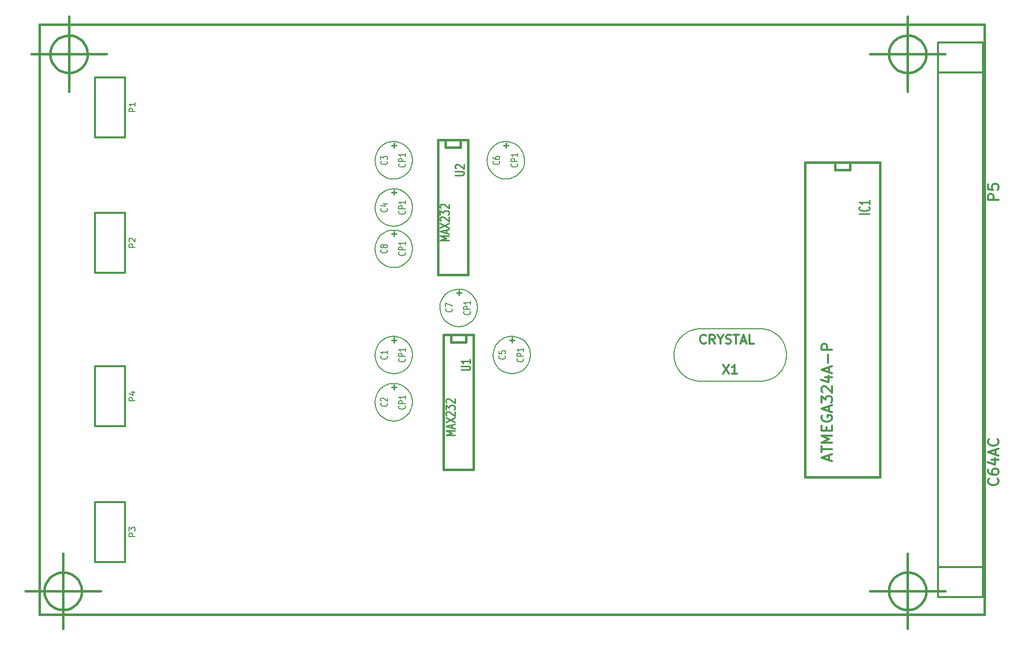
<source format=gto>
G04 (created by PCBNEW-RS274X (2011-11-27 BZR 3249)-stable) date 19.12.2011 19:15:57*
G01*
G70*
G90*
%MOIN*%
G04 Gerber Fmt 3.4, Leading zero omitted, Abs format*
%FSLAX34Y34*%
G04 APERTURE LIST*
%ADD10C,0.006000*%
%ADD11C,0.015000*%
%ADD12C,0.012000*%
%ADD13C,0.008000*%
%ADD14C,0.005000*%
%ADD15C,0.011300*%
G04 APERTURE END LIST*
G54D10*
G54D11*
X18573Y-53543D02*
X18549Y-53785D01*
X18478Y-54019D01*
X18364Y-54234D01*
X18209Y-54423D01*
X18021Y-54579D01*
X17807Y-54695D01*
X17574Y-54767D01*
X17331Y-54792D01*
X17089Y-54770D01*
X16855Y-54701D01*
X16639Y-54588D01*
X16449Y-54436D01*
X16292Y-54249D01*
X16175Y-54035D01*
X16101Y-53802D01*
X16074Y-53560D01*
X16094Y-53318D01*
X16161Y-53083D01*
X16273Y-52866D01*
X16424Y-52675D01*
X16610Y-52517D01*
X16823Y-52398D01*
X17055Y-52323D01*
X17297Y-52294D01*
X17540Y-52312D01*
X17775Y-52378D01*
X17992Y-52488D01*
X18185Y-52638D01*
X18344Y-52823D01*
X18464Y-53035D01*
X18541Y-53267D01*
X18572Y-53509D01*
X18573Y-53543D01*
X14823Y-53543D02*
X19823Y-53543D01*
X17323Y-51043D02*
X17323Y-56043D01*
X74872Y-17717D02*
X74848Y-17959D01*
X74777Y-18193D01*
X74663Y-18408D01*
X74508Y-18597D01*
X74320Y-18753D01*
X74106Y-18869D01*
X73873Y-18941D01*
X73630Y-18966D01*
X73388Y-18944D01*
X73154Y-18875D01*
X72938Y-18762D01*
X72748Y-18610D01*
X72591Y-18423D01*
X72474Y-18209D01*
X72400Y-17976D01*
X72373Y-17734D01*
X72393Y-17492D01*
X72460Y-17257D01*
X72572Y-17040D01*
X72723Y-16849D01*
X72909Y-16691D01*
X73122Y-16572D01*
X73354Y-16497D01*
X73596Y-16468D01*
X73839Y-16486D01*
X74074Y-16552D01*
X74291Y-16662D01*
X74484Y-16812D01*
X74643Y-16997D01*
X74763Y-17209D01*
X74840Y-17441D01*
X74871Y-17683D01*
X74872Y-17717D01*
X71122Y-17717D02*
X76122Y-17717D01*
X73622Y-15217D02*
X73622Y-20217D01*
X74872Y-53543D02*
X74848Y-53785D01*
X74777Y-54019D01*
X74663Y-54234D01*
X74508Y-54423D01*
X74320Y-54579D01*
X74106Y-54695D01*
X73873Y-54767D01*
X73630Y-54792D01*
X73388Y-54770D01*
X73154Y-54701D01*
X72938Y-54588D01*
X72748Y-54436D01*
X72591Y-54249D01*
X72474Y-54035D01*
X72400Y-53802D01*
X72373Y-53560D01*
X72393Y-53318D01*
X72460Y-53083D01*
X72572Y-52866D01*
X72723Y-52675D01*
X72909Y-52517D01*
X73122Y-52398D01*
X73354Y-52323D01*
X73596Y-52294D01*
X73839Y-52312D01*
X74074Y-52378D01*
X74291Y-52488D01*
X74484Y-52638D01*
X74643Y-52823D01*
X74763Y-53035D01*
X74840Y-53267D01*
X74871Y-53509D01*
X74872Y-53543D01*
X71122Y-53543D02*
X76122Y-53543D01*
X73622Y-51043D02*
X73622Y-56043D01*
X18967Y-17717D02*
X18943Y-17959D01*
X18872Y-18193D01*
X18758Y-18408D01*
X18603Y-18597D01*
X18415Y-18753D01*
X18201Y-18869D01*
X17968Y-18941D01*
X17725Y-18966D01*
X17483Y-18944D01*
X17249Y-18875D01*
X17033Y-18762D01*
X16843Y-18610D01*
X16686Y-18423D01*
X16569Y-18209D01*
X16495Y-17976D01*
X16468Y-17734D01*
X16488Y-17492D01*
X16555Y-17257D01*
X16667Y-17040D01*
X16818Y-16849D01*
X17004Y-16691D01*
X17217Y-16572D01*
X17449Y-16497D01*
X17691Y-16468D01*
X17934Y-16486D01*
X18169Y-16552D01*
X18386Y-16662D01*
X18579Y-16812D01*
X18738Y-16997D01*
X18858Y-17209D01*
X18935Y-17441D01*
X18966Y-17683D01*
X18967Y-17717D01*
X15217Y-17717D02*
X20217Y-17717D01*
X17717Y-15217D02*
X17717Y-20217D01*
X78740Y-15748D02*
X15748Y-15748D01*
X78740Y-55118D02*
X78740Y-15748D01*
X15748Y-55118D02*
X78740Y-55118D01*
X15748Y-15748D02*
X15748Y-55118D01*
G54D12*
X21472Y-38551D02*
X21472Y-42551D01*
X21472Y-42551D02*
X19472Y-42551D01*
X19472Y-42551D02*
X19472Y-38551D01*
X19472Y-38551D02*
X21472Y-38551D01*
X21472Y-47606D02*
X21472Y-51606D01*
X21472Y-51606D02*
X19472Y-51606D01*
X19472Y-51606D02*
X19472Y-47606D01*
X19472Y-47606D02*
X21472Y-47606D01*
X21472Y-28315D02*
X21472Y-32315D01*
X21472Y-32315D02*
X19472Y-32315D01*
X19472Y-32315D02*
X19472Y-28315D01*
X19472Y-28315D02*
X21472Y-28315D01*
X21472Y-19260D02*
X21472Y-23260D01*
X21472Y-23260D02*
X19472Y-23260D01*
X19472Y-23260D02*
X19472Y-19260D01*
X19472Y-19260D02*
X21472Y-19260D01*
G54D13*
X59811Y-36045D02*
X63811Y-36045D01*
X59811Y-36045D02*
X59659Y-36052D01*
X59508Y-36072D01*
X59359Y-36105D01*
X59213Y-36151D01*
X59072Y-36209D01*
X58937Y-36280D01*
X58808Y-36362D01*
X58687Y-36455D01*
X58574Y-36558D01*
X58471Y-36671D01*
X58378Y-36792D01*
X58296Y-36921D01*
X58225Y-37056D01*
X58167Y-37197D01*
X58121Y-37343D01*
X58088Y-37492D01*
X58068Y-37643D01*
X58061Y-37795D01*
X63811Y-39545D02*
X59811Y-39545D01*
X58061Y-37795D02*
X58068Y-37947D01*
X58088Y-38098D01*
X58121Y-38247D01*
X58167Y-38393D01*
X58225Y-38534D01*
X58296Y-38669D01*
X58378Y-38798D01*
X58471Y-38919D01*
X58574Y-39032D01*
X58687Y-39135D01*
X58808Y-39228D01*
X58937Y-39310D01*
X59072Y-39381D01*
X59213Y-39439D01*
X59359Y-39485D01*
X59508Y-39518D01*
X59659Y-39538D01*
X59811Y-39545D01*
X65561Y-37795D02*
X65554Y-37643D01*
X65534Y-37492D01*
X65501Y-37343D01*
X65455Y-37197D01*
X65397Y-37056D01*
X65326Y-36921D01*
X65244Y-36792D01*
X65151Y-36671D01*
X65048Y-36558D01*
X64935Y-36455D01*
X64814Y-36362D01*
X64686Y-36280D01*
X64550Y-36209D01*
X64409Y-36151D01*
X64263Y-36105D01*
X64114Y-36072D01*
X63963Y-36052D01*
X63811Y-36045D01*
X63811Y-39545D02*
X63963Y-39538D01*
X64114Y-39518D01*
X64263Y-39485D01*
X64409Y-39439D01*
X64550Y-39381D01*
X64686Y-39310D01*
X64814Y-39228D01*
X64935Y-39135D01*
X65048Y-39032D01*
X65151Y-38919D01*
X65244Y-38798D01*
X65326Y-38669D01*
X65397Y-38534D01*
X65455Y-38393D01*
X65501Y-38247D01*
X65534Y-38098D01*
X65554Y-37947D01*
X65561Y-37795D01*
G54D11*
X69791Y-24933D02*
X69791Y-25433D01*
X69791Y-25433D02*
X68791Y-25433D01*
X68791Y-25433D02*
X68791Y-24933D01*
X71791Y-24933D02*
X71791Y-45933D01*
X71791Y-45933D02*
X66791Y-45933D01*
X66791Y-45933D02*
X66791Y-24933D01*
X66791Y-24933D02*
X71791Y-24933D01*
X44201Y-36445D02*
X44201Y-36445D01*
X44201Y-36445D02*
X44201Y-36945D01*
X44201Y-36945D02*
X43201Y-36945D01*
X43201Y-36945D02*
X43201Y-36445D01*
X44701Y-36445D02*
X44701Y-45445D01*
X44701Y-45445D02*
X42701Y-45445D01*
X42701Y-45445D02*
X42701Y-36445D01*
X42701Y-36445D02*
X44701Y-36445D01*
X43807Y-23453D02*
X43807Y-23453D01*
X43807Y-23453D02*
X43807Y-23953D01*
X43807Y-23953D02*
X42807Y-23953D01*
X42807Y-23953D02*
X42807Y-23453D01*
X44307Y-23453D02*
X44307Y-32453D01*
X44307Y-32453D02*
X42307Y-32453D01*
X42307Y-32453D02*
X42307Y-23453D01*
X42307Y-23453D02*
X44307Y-23453D01*
G54D12*
X78665Y-16933D02*
X78665Y-53933D01*
X78665Y-53933D02*
X75665Y-53933D01*
X75665Y-16933D02*
X78665Y-16933D01*
X75665Y-18933D02*
X78665Y-18933D01*
X75665Y-51933D02*
X78665Y-51933D01*
X75665Y-16933D02*
X75665Y-53933D01*
G54D14*
X44951Y-34646D02*
X44927Y-34888D01*
X44856Y-35122D01*
X44742Y-35337D01*
X44587Y-35526D01*
X44399Y-35682D01*
X44185Y-35798D01*
X43952Y-35870D01*
X43709Y-35895D01*
X43467Y-35873D01*
X43233Y-35804D01*
X43017Y-35691D01*
X42827Y-35539D01*
X42670Y-35352D01*
X42553Y-35138D01*
X42479Y-34905D01*
X42452Y-34663D01*
X42472Y-34421D01*
X42539Y-34186D01*
X42651Y-33969D01*
X42802Y-33778D01*
X42988Y-33620D01*
X43201Y-33501D01*
X43433Y-33426D01*
X43675Y-33397D01*
X43918Y-33415D01*
X44153Y-33481D01*
X44370Y-33591D01*
X44563Y-33741D01*
X44722Y-33926D01*
X44842Y-34138D01*
X44919Y-34370D01*
X44950Y-34612D01*
X44951Y-34646D01*
X40620Y-30709D02*
X40596Y-30951D01*
X40525Y-31185D01*
X40411Y-31400D01*
X40256Y-31589D01*
X40068Y-31745D01*
X39854Y-31861D01*
X39621Y-31933D01*
X39378Y-31958D01*
X39136Y-31936D01*
X38902Y-31867D01*
X38686Y-31754D01*
X38496Y-31602D01*
X38339Y-31415D01*
X38222Y-31201D01*
X38148Y-30968D01*
X38121Y-30726D01*
X38141Y-30484D01*
X38208Y-30249D01*
X38320Y-30032D01*
X38471Y-29841D01*
X38657Y-29683D01*
X38870Y-29564D01*
X39102Y-29489D01*
X39344Y-29460D01*
X39587Y-29478D01*
X39822Y-29544D01*
X40039Y-29654D01*
X40232Y-29804D01*
X40391Y-29989D01*
X40511Y-30201D01*
X40588Y-30433D01*
X40619Y-30675D01*
X40620Y-30709D01*
X48101Y-24803D02*
X48077Y-25045D01*
X48006Y-25279D01*
X47892Y-25494D01*
X47737Y-25683D01*
X47549Y-25839D01*
X47335Y-25955D01*
X47102Y-26027D01*
X46859Y-26052D01*
X46617Y-26030D01*
X46383Y-25961D01*
X46167Y-25848D01*
X45977Y-25696D01*
X45820Y-25509D01*
X45703Y-25295D01*
X45629Y-25062D01*
X45602Y-24820D01*
X45622Y-24578D01*
X45689Y-24343D01*
X45801Y-24126D01*
X45952Y-23935D01*
X46138Y-23777D01*
X46351Y-23658D01*
X46583Y-23583D01*
X46825Y-23554D01*
X47068Y-23572D01*
X47303Y-23638D01*
X47520Y-23748D01*
X47713Y-23898D01*
X47872Y-24083D01*
X47992Y-24295D01*
X48069Y-24527D01*
X48100Y-24769D01*
X48101Y-24803D01*
X48494Y-37795D02*
X48470Y-38037D01*
X48399Y-38271D01*
X48285Y-38486D01*
X48130Y-38675D01*
X47942Y-38831D01*
X47728Y-38947D01*
X47495Y-39019D01*
X47252Y-39044D01*
X47010Y-39022D01*
X46776Y-38953D01*
X46560Y-38840D01*
X46370Y-38688D01*
X46213Y-38501D01*
X46096Y-38287D01*
X46022Y-38054D01*
X45995Y-37812D01*
X46015Y-37570D01*
X46082Y-37335D01*
X46194Y-37118D01*
X46345Y-36927D01*
X46531Y-36769D01*
X46744Y-36650D01*
X46976Y-36575D01*
X47218Y-36546D01*
X47461Y-36564D01*
X47696Y-36630D01*
X47913Y-36740D01*
X48106Y-36890D01*
X48265Y-37075D01*
X48385Y-37287D01*
X48462Y-37519D01*
X48493Y-37761D01*
X48494Y-37795D01*
X40620Y-27953D02*
X40596Y-28195D01*
X40525Y-28429D01*
X40411Y-28644D01*
X40256Y-28833D01*
X40068Y-28989D01*
X39854Y-29105D01*
X39621Y-29177D01*
X39378Y-29202D01*
X39136Y-29180D01*
X38902Y-29111D01*
X38686Y-28998D01*
X38496Y-28846D01*
X38339Y-28659D01*
X38222Y-28445D01*
X38148Y-28212D01*
X38121Y-27970D01*
X38141Y-27728D01*
X38208Y-27493D01*
X38320Y-27276D01*
X38471Y-27085D01*
X38657Y-26927D01*
X38870Y-26808D01*
X39102Y-26733D01*
X39344Y-26704D01*
X39587Y-26722D01*
X39822Y-26788D01*
X40039Y-26898D01*
X40232Y-27048D01*
X40391Y-27233D01*
X40511Y-27445D01*
X40588Y-27677D01*
X40619Y-27919D01*
X40620Y-27953D01*
X40620Y-24803D02*
X40596Y-25045D01*
X40525Y-25279D01*
X40411Y-25494D01*
X40256Y-25683D01*
X40068Y-25839D01*
X39854Y-25955D01*
X39621Y-26027D01*
X39378Y-26052D01*
X39136Y-26030D01*
X38902Y-25961D01*
X38686Y-25848D01*
X38496Y-25696D01*
X38339Y-25509D01*
X38222Y-25295D01*
X38148Y-25062D01*
X38121Y-24820D01*
X38141Y-24578D01*
X38208Y-24343D01*
X38320Y-24126D01*
X38471Y-23935D01*
X38657Y-23777D01*
X38870Y-23658D01*
X39102Y-23583D01*
X39344Y-23554D01*
X39587Y-23572D01*
X39822Y-23638D01*
X40039Y-23748D01*
X40232Y-23898D01*
X40391Y-24083D01*
X40511Y-24295D01*
X40588Y-24527D01*
X40619Y-24769D01*
X40620Y-24803D01*
X40620Y-40945D02*
X40596Y-41187D01*
X40525Y-41421D01*
X40411Y-41636D01*
X40256Y-41825D01*
X40068Y-41981D01*
X39854Y-42097D01*
X39621Y-42169D01*
X39378Y-42194D01*
X39136Y-42172D01*
X38902Y-42103D01*
X38686Y-41990D01*
X38496Y-41838D01*
X38339Y-41651D01*
X38222Y-41437D01*
X38148Y-41204D01*
X38121Y-40962D01*
X38141Y-40720D01*
X38208Y-40485D01*
X38320Y-40268D01*
X38471Y-40077D01*
X38657Y-39919D01*
X38870Y-39800D01*
X39102Y-39725D01*
X39344Y-39696D01*
X39587Y-39714D01*
X39822Y-39780D01*
X40039Y-39890D01*
X40232Y-40040D01*
X40391Y-40225D01*
X40511Y-40437D01*
X40588Y-40669D01*
X40619Y-40911D01*
X40620Y-40945D01*
X40620Y-37795D02*
X40596Y-38037D01*
X40525Y-38271D01*
X40411Y-38486D01*
X40256Y-38675D01*
X40068Y-38831D01*
X39854Y-38947D01*
X39621Y-39019D01*
X39378Y-39044D01*
X39136Y-39022D01*
X38902Y-38953D01*
X38686Y-38840D01*
X38496Y-38688D01*
X38339Y-38501D01*
X38222Y-38287D01*
X38148Y-38054D01*
X38121Y-37812D01*
X38141Y-37570D01*
X38208Y-37335D01*
X38320Y-37118D01*
X38471Y-36927D01*
X38657Y-36769D01*
X38870Y-36650D01*
X39102Y-36575D01*
X39344Y-36546D01*
X39587Y-36564D01*
X39822Y-36630D01*
X40039Y-36740D01*
X40232Y-36890D01*
X40391Y-37075D01*
X40511Y-37287D01*
X40588Y-37519D01*
X40619Y-37761D01*
X40620Y-37795D01*
G54D13*
X22134Y-40846D02*
X21734Y-40846D01*
X21734Y-40693D01*
X21753Y-40655D01*
X21772Y-40636D01*
X21810Y-40617D01*
X21867Y-40617D01*
X21905Y-40636D01*
X21924Y-40655D01*
X21943Y-40693D01*
X21943Y-40846D01*
X21867Y-40274D02*
X22134Y-40274D01*
X21715Y-40370D02*
X22001Y-40465D01*
X22001Y-40217D01*
X22134Y-49901D02*
X21734Y-49901D01*
X21734Y-49748D01*
X21753Y-49710D01*
X21772Y-49691D01*
X21810Y-49672D01*
X21867Y-49672D01*
X21905Y-49691D01*
X21924Y-49710D01*
X21943Y-49748D01*
X21943Y-49901D01*
X21734Y-49539D02*
X21734Y-49291D01*
X21886Y-49425D01*
X21886Y-49367D01*
X21905Y-49329D01*
X21924Y-49310D01*
X21962Y-49291D01*
X22058Y-49291D01*
X22096Y-49310D01*
X22115Y-49329D01*
X22134Y-49367D01*
X22134Y-49482D01*
X22115Y-49520D01*
X22096Y-49539D01*
X22134Y-30610D02*
X21734Y-30610D01*
X21734Y-30457D01*
X21753Y-30419D01*
X21772Y-30400D01*
X21810Y-30381D01*
X21867Y-30381D01*
X21905Y-30400D01*
X21924Y-30419D01*
X21943Y-30457D01*
X21943Y-30610D01*
X21772Y-30229D02*
X21753Y-30210D01*
X21734Y-30172D01*
X21734Y-30076D01*
X21753Y-30038D01*
X21772Y-30019D01*
X21810Y-30000D01*
X21848Y-30000D01*
X21905Y-30019D01*
X22134Y-30248D01*
X22134Y-30000D01*
X22134Y-21555D02*
X21734Y-21555D01*
X21734Y-21402D01*
X21753Y-21364D01*
X21772Y-21345D01*
X21810Y-21326D01*
X21867Y-21326D01*
X21905Y-21345D01*
X21924Y-21364D01*
X21943Y-21402D01*
X21943Y-21555D01*
X22134Y-20945D02*
X22134Y-21174D01*
X22134Y-21060D02*
X21734Y-21060D01*
X21791Y-21098D01*
X21829Y-21136D01*
X21848Y-21174D01*
G54D12*
X61326Y-38438D02*
X61726Y-39038D01*
X61726Y-38438D02*
X61326Y-39038D01*
X62268Y-39038D02*
X61925Y-39038D01*
X62097Y-39038D02*
X62097Y-38438D01*
X62040Y-38524D01*
X61982Y-38581D01*
X61925Y-38609D01*
X60176Y-36981D02*
X60147Y-37009D01*
X60061Y-37038D01*
X60004Y-37038D01*
X59919Y-37009D01*
X59861Y-36952D01*
X59833Y-36895D01*
X59804Y-36781D01*
X59804Y-36695D01*
X59833Y-36581D01*
X59861Y-36524D01*
X59919Y-36466D01*
X60004Y-36438D01*
X60061Y-36438D01*
X60147Y-36466D01*
X60176Y-36495D01*
X60776Y-37038D02*
X60576Y-36752D01*
X60433Y-37038D02*
X60433Y-36438D01*
X60661Y-36438D01*
X60719Y-36466D01*
X60747Y-36495D01*
X60776Y-36552D01*
X60776Y-36638D01*
X60747Y-36695D01*
X60719Y-36724D01*
X60661Y-36752D01*
X60433Y-36752D01*
X61147Y-36752D02*
X61147Y-37038D01*
X60947Y-36438D02*
X61147Y-36752D01*
X61347Y-36438D01*
X61518Y-37009D02*
X61604Y-37038D01*
X61747Y-37038D01*
X61804Y-37009D01*
X61833Y-36981D01*
X61861Y-36924D01*
X61861Y-36866D01*
X61833Y-36809D01*
X61804Y-36781D01*
X61747Y-36752D01*
X61633Y-36724D01*
X61575Y-36695D01*
X61547Y-36666D01*
X61518Y-36609D01*
X61518Y-36552D01*
X61547Y-36495D01*
X61575Y-36466D01*
X61633Y-36438D01*
X61775Y-36438D01*
X61861Y-36466D01*
X62032Y-36438D02*
X62375Y-36438D01*
X62204Y-37038D02*
X62204Y-36438D01*
X62546Y-36866D02*
X62832Y-36866D01*
X62489Y-37038D02*
X62689Y-36438D01*
X62889Y-37038D01*
X63375Y-37038D02*
X63089Y-37038D01*
X63089Y-36438D01*
G54D15*
X71074Y-28372D02*
X70374Y-28372D01*
X71008Y-27901D02*
X71041Y-27922D01*
X71074Y-27986D01*
X71074Y-28029D01*
X71041Y-28094D01*
X70974Y-28136D01*
X70908Y-28158D01*
X70774Y-28179D01*
X70674Y-28179D01*
X70541Y-28158D01*
X70474Y-28136D01*
X70408Y-28094D01*
X70374Y-28029D01*
X70374Y-27986D01*
X70408Y-27922D01*
X70441Y-27901D01*
X71074Y-27472D02*
X71074Y-27729D01*
X71074Y-27601D02*
X70374Y-27601D01*
X70474Y-27644D01*
X70541Y-27686D01*
X70574Y-27729D01*
G54D12*
X68374Y-44817D02*
X68374Y-44483D01*
X68574Y-44883D02*
X67874Y-44650D01*
X68574Y-44417D01*
X67874Y-44283D02*
X67874Y-43883D01*
X68574Y-44083D02*
X67874Y-44083D01*
X68574Y-43650D02*
X67874Y-43650D01*
X68374Y-43417D01*
X67874Y-43184D01*
X68574Y-43184D01*
X68208Y-42850D02*
X68208Y-42617D01*
X68574Y-42517D02*
X68574Y-42850D01*
X67874Y-42850D01*
X67874Y-42517D01*
X67908Y-41851D02*
X67874Y-41917D01*
X67874Y-42017D01*
X67908Y-42117D01*
X67974Y-42184D01*
X68041Y-42217D01*
X68174Y-42251D01*
X68274Y-42251D01*
X68408Y-42217D01*
X68474Y-42184D01*
X68541Y-42117D01*
X68574Y-42017D01*
X68574Y-41951D01*
X68541Y-41851D01*
X68508Y-41817D01*
X68274Y-41817D01*
X68274Y-41951D01*
X68374Y-41551D02*
X68374Y-41217D01*
X68574Y-41617D02*
X67874Y-41384D01*
X68574Y-41151D01*
X67874Y-40984D02*
X67874Y-40551D01*
X68141Y-40784D01*
X68141Y-40684D01*
X68174Y-40617D01*
X68208Y-40584D01*
X68274Y-40551D01*
X68441Y-40551D01*
X68508Y-40584D01*
X68541Y-40617D01*
X68574Y-40684D01*
X68574Y-40884D01*
X68541Y-40951D01*
X68508Y-40984D01*
X67941Y-40284D02*
X67908Y-40250D01*
X67874Y-40184D01*
X67874Y-40017D01*
X67908Y-39950D01*
X67941Y-39917D01*
X68008Y-39884D01*
X68074Y-39884D01*
X68174Y-39917D01*
X68574Y-40317D01*
X68574Y-39884D01*
X68108Y-39283D02*
X68574Y-39283D01*
X67841Y-39450D02*
X68341Y-39617D01*
X68341Y-39183D01*
X68374Y-38950D02*
X68374Y-38616D01*
X68574Y-39016D02*
X67874Y-38783D01*
X68574Y-38550D01*
X68308Y-38316D02*
X68308Y-37783D01*
X68574Y-37449D02*
X67874Y-37449D01*
X67874Y-37183D01*
X67908Y-37116D01*
X67941Y-37083D01*
X68008Y-37049D01*
X68108Y-37049D01*
X68174Y-37083D01*
X68208Y-37116D01*
X68241Y-37183D01*
X68241Y-37449D01*
G54D15*
X43844Y-38788D02*
X44330Y-38788D01*
X44387Y-38766D01*
X44415Y-38745D01*
X44444Y-38702D01*
X44444Y-38616D01*
X44415Y-38574D01*
X44387Y-38552D01*
X44330Y-38531D01*
X43844Y-38531D01*
X44444Y-38081D02*
X44444Y-38338D01*
X44444Y-38210D02*
X43844Y-38210D01*
X43930Y-38253D01*
X43987Y-38295D01*
X44015Y-38338D01*
X43444Y-43146D02*
X42844Y-43146D01*
X43272Y-42996D01*
X42844Y-42846D01*
X43444Y-42846D01*
X43272Y-42653D02*
X43272Y-42439D01*
X43444Y-42696D02*
X42844Y-42546D01*
X43444Y-42396D01*
X42844Y-42289D02*
X43444Y-41989D01*
X42844Y-41989D02*
X43444Y-42289D01*
X42901Y-41838D02*
X42872Y-41817D01*
X42844Y-41774D01*
X42844Y-41667D01*
X42872Y-41624D01*
X42901Y-41603D01*
X42958Y-41581D01*
X43015Y-41581D01*
X43101Y-41603D01*
X43444Y-41860D01*
X43444Y-41581D01*
X42844Y-41431D02*
X42844Y-41152D01*
X43072Y-41302D01*
X43072Y-41238D01*
X43101Y-41195D01*
X43130Y-41174D01*
X43187Y-41152D01*
X43330Y-41152D01*
X43387Y-41174D01*
X43415Y-41195D01*
X43444Y-41238D01*
X43444Y-41366D01*
X43415Y-41409D01*
X43387Y-41431D01*
X42901Y-40980D02*
X42872Y-40959D01*
X42844Y-40916D01*
X42844Y-40809D01*
X42872Y-40766D01*
X42901Y-40745D01*
X42958Y-40723D01*
X43015Y-40723D01*
X43101Y-40745D01*
X43444Y-41002D01*
X43444Y-40723D01*
X43450Y-25796D02*
X43936Y-25796D01*
X43993Y-25774D01*
X44021Y-25753D01*
X44050Y-25710D01*
X44050Y-25624D01*
X44021Y-25582D01*
X43993Y-25560D01*
X43936Y-25539D01*
X43450Y-25539D01*
X43507Y-25346D02*
X43478Y-25325D01*
X43450Y-25282D01*
X43450Y-25175D01*
X43478Y-25132D01*
X43507Y-25111D01*
X43564Y-25089D01*
X43621Y-25089D01*
X43707Y-25111D01*
X44050Y-25368D01*
X44050Y-25089D01*
X43050Y-30154D02*
X42450Y-30154D01*
X42878Y-30004D01*
X42450Y-29854D01*
X43050Y-29854D01*
X42878Y-29661D02*
X42878Y-29447D01*
X43050Y-29704D02*
X42450Y-29554D01*
X43050Y-29404D01*
X42450Y-29297D02*
X43050Y-28997D01*
X42450Y-28997D02*
X43050Y-29297D01*
X42507Y-28846D02*
X42478Y-28825D01*
X42450Y-28782D01*
X42450Y-28675D01*
X42478Y-28632D01*
X42507Y-28611D01*
X42564Y-28589D01*
X42621Y-28589D01*
X42707Y-28611D01*
X43050Y-28868D01*
X43050Y-28589D01*
X42450Y-28439D02*
X42450Y-28160D01*
X42678Y-28310D01*
X42678Y-28246D01*
X42707Y-28203D01*
X42736Y-28182D01*
X42793Y-28160D01*
X42936Y-28160D01*
X42993Y-28182D01*
X43021Y-28203D01*
X43050Y-28246D01*
X43050Y-28374D01*
X43021Y-28417D01*
X42993Y-28439D01*
X42507Y-27988D02*
X42478Y-27967D01*
X42450Y-27924D01*
X42450Y-27817D01*
X42478Y-27774D01*
X42507Y-27753D01*
X42564Y-27731D01*
X42621Y-27731D01*
X42707Y-27753D01*
X43050Y-28010D01*
X43050Y-27731D01*
G54D12*
X79698Y-27449D02*
X78998Y-27449D01*
X78998Y-27183D01*
X79032Y-27116D01*
X79065Y-27083D01*
X79132Y-27049D01*
X79232Y-27049D01*
X79298Y-27083D01*
X79332Y-27116D01*
X79365Y-27183D01*
X79365Y-27449D01*
X78998Y-26416D02*
X78998Y-26749D01*
X79332Y-26783D01*
X79298Y-26749D01*
X79265Y-26683D01*
X79265Y-26516D01*
X79298Y-26449D01*
X79332Y-26416D01*
X79398Y-26383D01*
X79565Y-26383D01*
X79632Y-26416D01*
X79665Y-26449D01*
X79698Y-26516D01*
X79698Y-26683D01*
X79665Y-26749D01*
X79632Y-26783D01*
X79632Y-46033D02*
X79665Y-46067D01*
X79698Y-46167D01*
X79698Y-46233D01*
X79665Y-46333D01*
X79598Y-46400D01*
X79532Y-46433D01*
X79398Y-46467D01*
X79298Y-46467D01*
X79165Y-46433D01*
X79098Y-46400D01*
X79032Y-46333D01*
X78998Y-46233D01*
X78998Y-46167D01*
X79032Y-46067D01*
X79065Y-46033D01*
X78998Y-45433D02*
X78998Y-45567D01*
X79032Y-45633D01*
X79065Y-45667D01*
X79165Y-45733D01*
X79298Y-45767D01*
X79565Y-45767D01*
X79632Y-45733D01*
X79665Y-45700D01*
X79698Y-45633D01*
X79698Y-45500D01*
X79665Y-45433D01*
X79632Y-45400D01*
X79565Y-45367D01*
X79398Y-45367D01*
X79332Y-45400D01*
X79298Y-45433D01*
X79265Y-45500D01*
X79265Y-45633D01*
X79298Y-45700D01*
X79332Y-45733D01*
X79398Y-45767D01*
X79232Y-44766D02*
X79698Y-44766D01*
X78965Y-44933D02*
X79465Y-45100D01*
X79465Y-44666D01*
X79498Y-44433D02*
X79498Y-44099D01*
X79698Y-44499D02*
X78998Y-44266D01*
X79698Y-44033D01*
X79632Y-43399D02*
X79665Y-43433D01*
X79698Y-43533D01*
X79698Y-43599D01*
X79665Y-43699D01*
X79598Y-43766D01*
X79532Y-43799D01*
X79398Y-43833D01*
X79298Y-43833D01*
X79165Y-43799D01*
X79098Y-43766D01*
X79032Y-43699D01*
X78998Y-43599D01*
X78998Y-43533D01*
X79032Y-43433D01*
X79065Y-43399D01*
G54D13*
X43240Y-34704D02*
X43262Y-34720D01*
X43283Y-34770D01*
X43283Y-34804D01*
X43262Y-34854D01*
X43219Y-34887D01*
X43176Y-34904D01*
X43090Y-34920D01*
X43026Y-34920D01*
X42940Y-34904D01*
X42897Y-34887D01*
X42855Y-34854D01*
X42833Y-34804D01*
X42833Y-34770D01*
X42855Y-34720D01*
X42876Y-34704D01*
X42833Y-34587D02*
X42833Y-34354D01*
X43283Y-34504D01*
X44440Y-34879D02*
X44462Y-34895D01*
X44483Y-34945D01*
X44483Y-34979D01*
X44462Y-35029D01*
X44419Y-35062D01*
X44376Y-35079D01*
X44290Y-35095D01*
X44226Y-35095D01*
X44140Y-35079D01*
X44097Y-35062D01*
X44055Y-35029D01*
X44033Y-34979D01*
X44033Y-34945D01*
X44055Y-34895D01*
X44076Y-34879D01*
X44483Y-34729D02*
X44033Y-34729D01*
X44033Y-34595D01*
X44055Y-34562D01*
X44076Y-34545D01*
X44119Y-34529D01*
X44183Y-34529D01*
X44226Y-34545D01*
X44247Y-34562D01*
X44269Y-34595D01*
X44269Y-34729D01*
X44483Y-34195D02*
X44483Y-34395D01*
X44483Y-34295D02*
X44033Y-34295D01*
X44097Y-34329D01*
X44140Y-34362D01*
X44162Y-34395D01*
G54D15*
X43712Y-33817D02*
X43712Y-33474D01*
X43883Y-33645D02*
X43540Y-33645D01*
G54D13*
X38909Y-30767D02*
X38931Y-30783D01*
X38952Y-30833D01*
X38952Y-30867D01*
X38931Y-30917D01*
X38888Y-30950D01*
X38845Y-30967D01*
X38759Y-30983D01*
X38695Y-30983D01*
X38609Y-30967D01*
X38566Y-30950D01*
X38524Y-30917D01*
X38502Y-30867D01*
X38502Y-30833D01*
X38524Y-30783D01*
X38545Y-30767D01*
X38695Y-30567D02*
X38674Y-30600D01*
X38652Y-30617D01*
X38609Y-30633D01*
X38588Y-30633D01*
X38545Y-30617D01*
X38524Y-30600D01*
X38502Y-30567D01*
X38502Y-30500D01*
X38524Y-30467D01*
X38545Y-30450D01*
X38588Y-30433D01*
X38609Y-30433D01*
X38652Y-30450D01*
X38674Y-30467D01*
X38695Y-30500D01*
X38695Y-30567D01*
X38716Y-30600D01*
X38738Y-30617D01*
X38781Y-30633D01*
X38866Y-30633D01*
X38909Y-30617D01*
X38931Y-30600D01*
X38952Y-30567D01*
X38952Y-30500D01*
X38931Y-30467D01*
X38909Y-30450D01*
X38866Y-30433D01*
X38781Y-30433D01*
X38738Y-30450D01*
X38716Y-30467D01*
X38695Y-30500D01*
X40109Y-30942D02*
X40131Y-30958D01*
X40152Y-31008D01*
X40152Y-31042D01*
X40131Y-31092D01*
X40088Y-31125D01*
X40045Y-31142D01*
X39959Y-31158D01*
X39895Y-31158D01*
X39809Y-31142D01*
X39766Y-31125D01*
X39724Y-31092D01*
X39702Y-31042D01*
X39702Y-31008D01*
X39724Y-30958D01*
X39745Y-30942D01*
X40152Y-30792D02*
X39702Y-30792D01*
X39702Y-30658D01*
X39724Y-30625D01*
X39745Y-30608D01*
X39788Y-30592D01*
X39852Y-30592D01*
X39895Y-30608D01*
X39916Y-30625D01*
X39938Y-30658D01*
X39938Y-30792D01*
X40152Y-30258D02*
X40152Y-30458D01*
X40152Y-30358D02*
X39702Y-30358D01*
X39766Y-30392D01*
X39809Y-30425D01*
X39831Y-30458D01*
G54D15*
X39381Y-29880D02*
X39381Y-29537D01*
X39552Y-29708D02*
X39209Y-29708D01*
G54D13*
X46390Y-24861D02*
X46412Y-24877D01*
X46433Y-24927D01*
X46433Y-24961D01*
X46412Y-25011D01*
X46369Y-25044D01*
X46326Y-25061D01*
X46240Y-25077D01*
X46176Y-25077D01*
X46090Y-25061D01*
X46047Y-25044D01*
X46005Y-25011D01*
X45983Y-24961D01*
X45983Y-24927D01*
X46005Y-24877D01*
X46026Y-24861D01*
X45983Y-24561D02*
X45983Y-24627D01*
X46005Y-24661D01*
X46026Y-24677D01*
X46090Y-24711D01*
X46176Y-24727D01*
X46347Y-24727D01*
X46390Y-24711D01*
X46412Y-24694D01*
X46433Y-24661D01*
X46433Y-24594D01*
X46412Y-24561D01*
X46390Y-24544D01*
X46347Y-24527D01*
X46240Y-24527D01*
X46197Y-24544D01*
X46176Y-24561D01*
X46155Y-24594D01*
X46155Y-24661D01*
X46176Y-24694D01*
X46197Y-24711D01*
X46240Y-24727D01*
X47590Y-25036D02*
X47612Y-25052D01*
X47633Y-25102D01*
X47633Y-25136D01*
X47612Y-25186D01*
X47569Y-25219D01*
X47526Y-25236D01*
X47440Y-25252D01*
X47376Y-25252D01*
X47290Y-25236D01*
X47247Y-25219D01*
X47205Y-25186D01*
X47183Y-25136D01*
X47183Y-25102D01*
X47205Y-25052D01*
X47226Y-25036D01*
X47633Y-24886D02*
X47183Y-24886D01*
X47183Y-24752D01*
X47205Y-24719D01*
X47226Y-24702D01*
X47269Y-24686D01*
X47333Y-24686D01*
X47376Y-24702D01*
X47397Y-24719D01*
X47419Y-24752D01*
X47419Y-24886D01*
X47633Y-24352D02*
X47633Y-24552D01*
X47633Y-24452D02*
X47183Y-24452D01*
X47247Y-24486D01*
X47290Y-24519D01*
X47312Y-24552D01*
G54D15*
X46862Y-23974D02*
X46862Y-23631D01*
X47033Y-23802D02*
X46690Y-23802D01*
G54D13*
X46783Y-37853D02*
X46805Y-37869D01*
X46826Y-37919D01*
X46826Y-37953D01*
X46805Y-38003D01*
X46762Y-38036D01*
X46719Y-38053D01*
X46633Y-38069D01*
X46569Y-38069D01*
X46483Y-38053D01*
X46440Y-38036D01*
X46398Y-38003D01*
X46376Y-37953D01*
X46376Y-37919D01*
X46398Y-37869D01*
X46419Y-37853D01*
X46376Y-37536D02*
X46376Y-37703D01*
X46590Y-37719D01*
X46569Y-37703D01*
X46548Y-37669D01*
X46548Y-37586D01*
X46569Y-37553D01*
X46590Y-37536D01*
X46633Y-37519D01*
X46740Y-37519D01*
X46783Y-37536D01*
X46805Y-37553D01*
X46826Y-37586D01*
X46826Y-37669D01*
X46805Y-37703D01*
X46783Y-37719D01*
X47983Y-38028D02*
X48005Y-38044D01*
X48026Y-38094D01*
X48026Y-38128D01*
X48005Y-38178D01*
X47962Y-38211D01*
X47919Y-38228D01*
X47833Y-38244D01*
X47769Y-38244D01*
X47683Y-38228D01*
X47640Y-38211D01*
X47598Y-38178D01*
X47576Y-38128D01*
X47576Y-38094D01*
X47598Y-38044D01*
X47619Y-38028D01*
X48026Y-37878D02*
X47576Y-37878D01*
X47576Y-37744D01*
X47598Y-37711D01*
X47619Y-37694D01*
X47662Y-37678D01*
X47726Y-37678D01*
X47769Y-37694D01*
X47790Y-37711D01*
X47812Y-37744D01*
X47812Y-37878D01*
X48026Y-37344D02*
X48026Y-37544D01*
X48026Y-37444D02*
X47576Y-37444D01*
X47640Y-37478D01*
X47683Y-37511D01*
X47705Y-37544D01*
G54D15*
X47255Y-36966D02*
X47255Y-36623D01*
X47426Y-36794D02*
X47083Y-36794D01*
G54D13*
X38909Y-28011D02*
X38931Y-28027D01*
X38952Y-28077D01*
X38952Y-28111D01*
X38931Y-28161D01*
X38888Y-28194D01*
X38845Y-28211D01*
X38759Y-28227D01*
X38695Y-28227D01*
X38609Y-28211D01*
X38566Y-28194D01*
X38524Y-28161D01*
X38502Y-28111D01*
X38502Y-28077D01*
X38524Y-28027D01*
X38545Y-28011D01*
X38652Y-27711D02*
X38952Y-27711D01*
X38481Y-27794D02*
X38802Y-27877D01*
X38802Y-27661D01*
X40109Y-28186D02*
X40131Y-28202D01*
X40152Y-28252D01*
X40152Y-28286D01*
X40131Y-28336D01*
X40088Y-28369D01*
X40045Y-28386D01*
X39959Y-28402D01*
X39895Y-28402D01*
X39809Y-28386D01*
X39766Y-28369D01*
X39724Y-28336D01*
X39702Y-28286D01*
X39702Y-28252D01*
X39724Y-28202D01*
X39745Y-28186D01*
X40152Y-28036D02*
X39702Y-28036D01*
X39702Y-27902D01*
X39724Y-27869D01*
X39745Y-27852D01*
X39788Y-27836D01*
X39852Y-27836D01*
X39895Y-27852D01*
X39916Y-27869D01*
X39938Y-27902D01*
X39938Y-28036D01*
X40152Y-27502D02*
X40152Y-27702D01*
X40152Y-27602D02*
X39702Y-27602D01*
X39766Y-27636D01*
X39809Y-27669D01*
X39831Y-27702D01*
G54D15*
X39381Y-27124D02*
X39381Y-26781D01*
X39552Y-26952D02*
X39209Y-26952D01*
G54D13*
X38909Y-24861D02*
X38931Y-24877D01*
X38952Y-24927D01*
X38952Y-24961D01*
X38931Y-25011D01*
X38888Y-25044D01*
X38845Y-25061D01*
X38759Y-25077D01*
X38695Y-25077D01*
X38609Y-25061D01*
X38566Y-25044D01*
X38524Y-25011D01*
X38502Y-24961D01*
X38502Y-24927D01*
X38524Y-24877D01*
X38545Y-24861D01*
X38502Y-24744D02*
X38502Y-24527D01*
X38674Y-24644D01*
X38674Y-24594D01*
X38695Y-24561D01*
X38716Y-24544D01*
X38759Y-24527D01*
X38866Y-24527D01*
X38909Y-24544D01*
X38931Y-24561D01*
X38952Y-24594D01*
X38952Y-24694D01*
X38931Y-24727D01*
X38909Y-24744D01*
X40109Y-25036D02*
X40131Y-25052D01*
X40152Y-25102D01*
X40152Y-25136D01*
X40131Y-25186D01*
X40088Y-25219D01*
X40045Y-25236D01*
X39959Y-25252D01*
X39895Y-25252D01*
X39809Y-25236D01*
X39766Y-25219D01*
X39724Y-25186D01*
X39702Y-25136D01*
X39702Y-25102D01*
X39724Y-25052D01*
X39745Y-25036D01*
X40152Y-24886D02*
X39702Y-24886D01*
X39702Y-24752D01*
X39724Y-24719D01*
X39745Y-24702D01*
X39788Y-24686D01*
X39852Y-24686D01*
X39895Y-24702D01*
X39916Y-24719D01*
X39938Y-24752D01*
X39938Y-24886D01*
X40152Y-24352D02*
X40152Y-24552D01*
X40152Y-24452D02*
X39702Y-24452D01*
X39766Y-24486D01*
X39809Y-24519D01*
X39831Y-24552D01*
G54D15*
X39381Y-23974D02*
X39381Y-23631D01*
X39552Y-23802D02*
X39209Y-23802D01*
G54D13*
X38909Y-41003D02*
X38931Y-41019D01*
X38952Y-41069D01*
X38952Y-41103D01*
X38931Y-41153D01*
X38888Y-41186D01*
X38845Y-41203D01*
X38759Y-41219D01*
X38695Y-41219D01*
X38609Y-41203D01*
X38566Y-41186D01*
X38524Y-41153D01*
X38502Y-41103D01*
X38502Y-41069D01*
X38524Y-41019D01*
X38545Y-41003D01*
X38545Y-40869D02*
X38524Y-40853D01*
X38502Y-40819D01*
X38502Y-40736D01*
X38524Y-40703D01*
X38545Y-40686D01*
X38588Y-40669D01*
X38631Y-40669D01*
X38695Y-40686D01*
X38952Y-40886D01*
X38952Y-40669D01*
X40109Y-41178D02*
X40131Y-41194D01*
X40152Y-41244D01*
X40152Y-41278D01*
X40131Y-41328D01*
X40088Y-41361D01*
X40045Y-41378D01*
X39959Y-41394D01*
X39895Y-41394D01*
X39809Y-41378D01*
X39766Y-41361D01*
X39724Y-41328D01*
X39702Y-41278D01*
X39702Y-41244D01*
X39724Y-41194D01*
X39745Y-41178D01*
X40152Y-41028D02*
X39702Y-41028D01*
X39702Y-40894D01*
X39724Y-40861D01*
X39745Y-40844D01*
X39788Y-40828D01*
X39852Y-40828D01*
X39895Y-40844D01*
X39916Y-40861D01*
X39938Y-40894D01*
X39938Y-41028D01*
X40152Y-40494D02*
X40152Y-40694D01*
X40152Y-40594D02*
X39702Y-40594D01*
X39766Y-40628D01*
X39809Y-40661D01*
X39831Y-40694D01*
G54D15*
X39381Y-40116D02*
X39381Y-39773D01*
X39552Y-39944D02*
X39209Y-39944D01*
G54D13*
X38909Y-37853D02*
X38931Y-37869D01*
X38952Y-37919D01*
X38952Y-37953D01*
X38931Y-38003D01*
X38888Y-38036D01*
X38845Y-38053D01*
X38759Y-38069D01*
X38695Y-38069D01*
X38609Y-38053D01*
X38566Y-38036D01*
X38524Y-38003D01*
X38502Y-37953D01*
X38502Y-37919D01*
X38524Y-37869D01*
X38545Y-37853D01*
X38952Y-37519D02*
X38952Y-37719D01*
X38952Y-37619D02*
X38502Y-37619D01*
X38566Y-37653D01*
X38609Y-37686D01*
X38631Y-37719D01*
X40109Y-38028D02*
X40131Y-38044D01*
X40152Y-38094D01*
X40152Y-38128D01*
X40131Y-38178D01*
X40088Y-38211D01*
X40045Y-38228D01*
X39959Y-38244D01*
X39895Y-38244D01*
X39809Y-38228D01*
X39766Y-38211D01*
X39724Y-38178D01*
X39702Y-38128D01*
X39702Y-38094D01*
X39724Y-38044D01*
X39745Y-38028D01*
X40152Y-37878D02*
X39702Y-37878D01*
X39702Y-37744D01*
X39724Y-37711D01*
X39745Y-37694D01*
X39788Y-37678D01*
X39852Y-37678D01*
X39895Y-37694D01*
X39916Y-37711D01*
X39938Y-37744D01*
X39938Y-37878D01*
X40152Y-37344D02*
X40152Y-37544D01*
X40152Y-37444D02*
X39702Y-37444D01*
X39766Y-37478D01*
X39809Y-37511D01*
X39831Y-37544D01*
G54D15*
X39381Y-36966D02*
X39381Y-36623D01*
X39552Y-36794D02*
X39209Y-36794D01*
M02*

</source>
